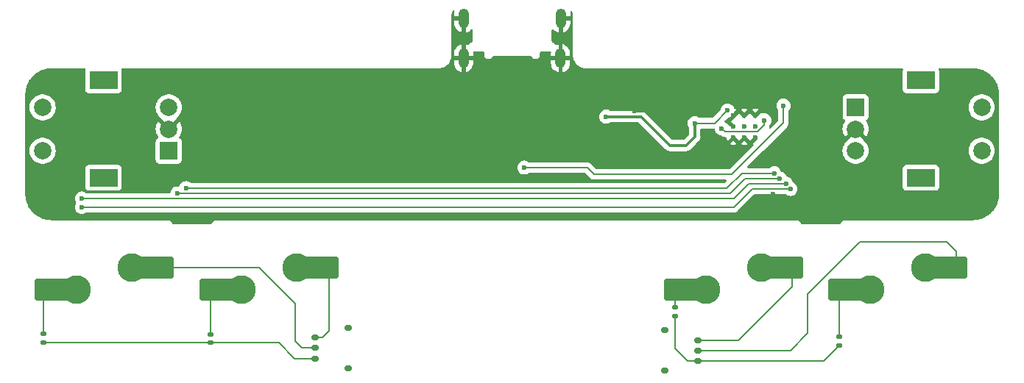
<source format=gbl>
G04 #@! TF.GenerationSoftware,KiCad,Pcbnew,7.0.9*
G04 #@! TF.CreationDate,2023-12-24T20:12:45-08:00*
G04 #@! TF.ProjectId,4k-mania-keypad,346b2d6d-616e-4696-912d-6b6579706164,rev?*
G04 #@! TF.SameCoordinates,Original*
G04 #@! TF.FileFunction,Copper,L2,Bot*
G04 #@! TF.FilePolarity,Positive*
%FSLAX46Y46*%
G04 Gerber Fmt 4.6, Leading zero omitted, Abs format (unit mm)*
G04 Created by KiCad (PCBNEW 7.0.9) date 2023-12-24 20:12:45*
%MOMM*%
%LPD*%
G01*
G04 APERTURE LIST*
G04 Aperture macros list*
%AMRoundRect*
0 Rectangle with rounded corners*
0 $1 Rounding radius*
0 $2 $3 $4 $5 $6 $7 $8 $9 X,Y pos of 4 corners*
0 Add a 4 corners polygon primitive as box body*
4,1,4,$2,$3,$4,$5,$6,$7,$8,$9,$2,$3,0*
0 Add four circle primitives for the rounded corners*
1,1,$1+$1,$2,$3*
1,1,$1+$1,$4,$5*
1,1,$1+$1,$6,$7*
1,1,$1+$1,$8,$9*
0 Add four rect primitives between the rounded corners*
20,1,$1+$1,$2,$3,$4,$5,0*
20,1,$1+$1,$4,$5,$6,$7,0*
20,1,$1+$1,$6,$7,$8,$9,0*
20,1,$1+$1,$8,$9,$2,$3,0*%
G04 Aperture macros list end*
G04 #@! TA.AperFunction,ComponentPad*
%ADD10R,2.000000X2.000000*%
G04 #@! TD*
G04 #@! TA.AperFunction,ComponentPad*
%ADD11C,2.000000*%
G04 #@! TD*
G04 #@! TA.AperFunction,ComponentPad*
%ADD12R,3.200000X2.000000*%
G04 #@! TD*
G04 #@! TA.AperFunction,ComponentPad*
%ADD13C,0.600000*%
G04 #@! TD*
G04 #@! TA.AperFunction,ComponentPad*
%ADD14O,1.200000X2.250000*%
G04 #@! TD*
G04 #@! TA.AperFunction,SMDPad,CuDef*
%ADD15RoundRect,0.147500X0.172500X-0.147500X0.172500X0.147500X-0.172500X0.147500X-0.172500X-0.147500X0*%
G04 #@! TD*
G04 #@! TA.AperFunction,ComponentPad*
%ADD16C,3.300000*%
G04 #@! TD*
G04 #@! TA.AperFunction,SMDPad,CuDef*
%ADD17R,1.650000X2.500000*%
G04 #@! TD*
G04 #@! TA.AperFunction,SMDPad,CuDef*
%ADD18RoundRect,0.250000X1.025000X1.000000X-1.025000X1.000000X-1.025000X-1.000000X1.025000X-1.000000X0*%
G04 #@! TD*
G04 #@! TA.AperFunction,SMDPad,CuDef*
%ADD19RoundRect,0.150000X-0.275000X0.150000X-0.275000X-0.150000X0.275000X-0.150000X0.275000X0.150000X0*%
G04 #@! TD*
G04 #@! TA.AperFunction,SMDPad,CuDef*
%ADD20RoundRect,0.175000X-0.225000X0.175000X-0.225000X-0.175000X0.225000X-0.175000X0.225000X0.175000X0*%
G04 #@! TD*
G04 #@! TA.AperFunction,SMDPad,CuDef*
%ADD21RoundRect,0.150000X0.275000X-0.150000X0.275000X0.150000X-0.275000X0.150000X-0.275000X-0.150000X0*%
G04 #@! TD*
G04 #@! TA.AperFunction,SMDPad,CuDef*
%ADD22RoundRect,0.175000X0.225000X-0.175000X0.225000X0.175000X-0.225000X0.175000X-0.225000X-0.175000X0*%
G04 #@! TD*
G04 #@! TA.AperFunction,ViaPad*
%ADD23C,0.600000*%
G04 #@! TD*
G04 #@! TA.AperFunction,Conductor*
%ADD24C,0.300000*%
G04 #@! TD*
G04 #@! TA.AperFunction,Conductor*
%ADD25C,0.200000*%
G04 #@! TD*
G04 APERTURE END LIST*
D10*
X111500000Y-89500000D03*
D11*
X111500000Y-84500000D03*
X111500000Y-87000000D03*
D12*
X104000000Y-92600000D03*
X104000000Y-81400000D03*
D11*
X97000000Y-84500000D03*
X97000000Y-89500000D03*
D10*
X190500000Y-84500000D03*
D11*
X190500000Y-89500000D03*
X190500000Y-87000000D03*
D12*
X198000000Y-81400000D03*
X198000000Y-92600000D03*
D11*
X205000000Y-89500000D03*
X205000000Y-84500000D03*
D13*
X176450000Y-88000000D03*
X177725000Y-88000000D03*
X179000000Y-88000000D03*
X176450000Y-86725000D03*
X177725000Y-86725000D03*
X179000000Y-86725000D03*
X176450000Y-85450000D03*
X177725000Y-85450000D03*
X179000000Y-85450000D03*
D14*
X156585000Y-74260000D03*
X156565000Y-78860000D03*
X145435000Y-74260000D03*
X145415000Y-78860000D03*
D15*
X97130000Y-111565000D03*
X97130000Y-110595000D03*
D16*
X173270000Y-105460000D03*
D17*
X171445000Y-105460000D03*
D18*
X169720000Y-105460000D03*
X183170000Y-102920000D03*
D17*
X181420000Y-102920000D03*
D16*
X179620000Y-102920000D03*
D19*
X128355000Y-111030000D03*
X128355000Y-112230000D03*
X128355000Y-113430000D03*
D20*
X132130000Y-109880000D03*
X132130000Y-114580000D03*
D15*
X188637740Y-111922662D03*
X188637740Y-110952662D03*
D16*
X192190000Y-105460000D03*
D17*
X190365000Y-105460000D03*
D18*
X188640000Y-105460000D03*
X202090000Y-102920000D03*
D17*
X200340000Y-102920000D03*
D16*
X198540000Y-102920000D03*
X119900000Y-105540000D03*
D17*
X118075000Y-105540000D03*
D18*
X116350000Y-105540000D03*
X129800000Y-103000000D03*
D17*
X128050000Y-103000000D03*
D16*
X126250000Y-103000000D03*
D21*
X172365000Y-113700000D03*
X172365000Y-112500000D03*
X172365000Y-111300000D03*
D22*
X168590000Y-114850000D03*
X168590000Y-110150000D03*
D15*
X169735091Y-108512324D03*
X169735091Y-107542324D03*
X116346938Y-111619648D03*
X116346938Y-110649648D03*
D16*
X100900000Y-105540000D03*
D17*
X99075000Y-105540000D03*
D18*
X97350000Y-105540000D03*
X110800000Y-103000000D03*
D17*
X109050000Y-103000000D03*
D16*
X107250000Y-103000000D03*
D23*
X149891273Y-85030860D03*
X165100000Y-84923250D03*
X182936064Y-88788242D03*
X181000000Y-94500000D03*
X168774399Y-85833732D03*
X148634149Y-83577919D03*
X173000000Y-91000000D03*
X186700498Y-87000000D03*
X161816386Y-85572750D03*
X172000000Y-86324500D03*
X175761124Y-84873836D03*
X180000000Y-86000000D03*
X175106307Y-86934522D03*
X101500000Y-95000000D03*
X182487919Y-93286515D03*
X101500000Y-96000000D03*
X183000000Y-93900500D03*
X182200000Y-84300000D03*
X152400000Y-91440000D03*
X112500000Y-94400500D03*
X181798495Y-92701500D03*
X113500000Y-93801000D03*
X181135844Y-92102000D03*
D24*
X168774399Y-85833732D02*
X167863917Y-84923250D01*
X167863917Y-84923250D02*
X165100000Y-84923250D01*
X165832646Y-85572750D02*
X161816386Y-85572750D01*
D25*
X174310460Y-86324500D02*
X175761124Y-84873836D01*
D24*
X172000000Y-87904636D02*
X171007202Y-88897434D01*
X171007202Y-88897434D02*
X169157330Y-88897434D01*
X172000000Y-86324500D02*
X172000000Y-87904636D01*
X169157330Y-88897434D02*
X165832646Y-85572750D01*
D25*
X172000000Y-86324500D02*
X174310460Y-86324500D01*
X180000000Y-86573529D02*
X179248529Y-87325000D01*
X175496785Y-87325000D02*
X175106307Y-86934522D01*
X180000000Y-86000000D02*
X180000000Y-86573529D01*
X179248529Y-87325000D02*
X175496785Y-87325000D01*
X182473434Y-93301000D02*
X178199000Y-93301000D01*
X182487919Y-93286515D02*
X182473434Y-93301000D01*
X178199000Y-93301000D02*
X176500000Y-95000000D01*
X176500000Y-95000000D02*
X101500000Y-95000000D01*
X183000000Y-93900500D02*
X178599500Y-93900500D01*
X178500000Y-94000000D02*
X176500000Y-96000000D01*
X178599500Y-93900500D02*
X178500000Y-94000000D01*
X176500000Y-96000000D02*
X101500000Y-96000000D01*
X178576089Y-93923911D02*
X178500000Y-94000000D01*
X97130000Y-111565000D02*
X116130000Y-111565000D01*
X116346938Y-111619648D02*
X124169648Y-111619648D01*
X125980000Y-113430000D02*
X128355000Y-113430000D01*
X124169648Y-111619648D02*
X125980000Y-113430000D01*
X97130000Y-110595000D02*
X97130000Y-105760000D01*
X97130000Y-105760000D02*
X97350000Y-105540000D01*
X116346938Y-110649648D02*
X116346938Y-105543062D01*
X116346938Y-105543062D02*
X116350000Y-105540000D01*
X169735091Y-112245091D02*
X169735091Y-108512324D01*
X171190000Y-113700000D02*
X169735091Y-112245091D01*
X188637740Y-111922662D02*
X186860402Y-113700000D01*
X171190000Y-113700000D02*
X172365000Y-113700000D01*
X186860402Y-113700000D02*
X172365000Y-113700000D01*
X169735091Y-107542324D02*
X169735091Y-105475091D01*
X188637740Y-110952662D02*
X188637740Y-105462260D01*
X129965000Y-110245000D02*
X129965000Y-103165000D01*
X129180000Y-111030000D02*
X129965000Y-110245000D01*
X129965000Y-103165000D02*
X129800000Y-103000000D01*
X128355000Y-111030000D02*
X129180000Y-111030000D01*
X121874064Y-103000000D02*
X126003900Y-107129836D01*
X126003900Y-111453900D02*
X126780000Y-112230000D01*
X126003900Y-107129836D02*
X126003900Y-111453900D01*
X110800000Y-103000000D02*
X121874064Y-103000000D01*
X126780000Y-112230000D02*
X128355000Y-112230000D01*
X202090000Y-102920000D02*
X202090000Y-101100000D01*
X184990000Y-106000000D02*
X184990000Y-110500000D01*
X202090000Y-101100000D02*
X200990000Y-100000000D01*
X200990000Y-100000000D02*
X190990000Y-100000000D01*
X184990000Y-110500000D02*
X182990000Y-112500000D01*
X182990000Y-112500000D02*
X172365000Y-112500000D01*
X190990000Y-100000000D02*
X184990000Y-106000000D01*
X182200000Y-86316757D02*
X182200000Y-84300000D01*
X160400820Y-92221684D02*
X176295073Y-92221684D01*
X159619136Y-91440000D02*
X160400820Y-92221684D01*
X182200000Y-84300000D02*
X182174336Y-84274336D01*
X176295073Y-92221684D02*
X182200000Y-86316757D01*
X152400000Y-91440000D02*
X159619136Y-91440000D01*
X177787200Y-92701500D02*
X176088200Y-94400500D01*
X181798495Y-92701500D02*
X177787200Y-92701500D01*
X176088200Y-94400500D02*
X112500000Y-94400500D01*
X177398000Y-92102000D02*
X181135844Y-92102000D01*
X113500000Y-93801000D02*
X175699000Y-93801000D01*
X175699000Y-93801000D02*
X177398000Y-92102000D01*
X183170000Y-105154064D02*
X177024064Y-111300000D01*
X183170000Y-102920000D02*
X183170000Y-105154064D01*
X177024064Y-111300000D02*
X172365000Y-111300000D01*
G04 #@! TA.AperFunction,Conductor*
G36*
X144306634Y-73343571D02*
G01*
X144354245Y-73394708D01*
X144366651Y-73463468D01*
X144365120Y-73473679D01*
X144335000Y-73629961D01*
X144335000Y-74010000D01*
X145135000Y-74010000D01*
X145135000Y-74510000D01*
X144335000Y-74510000D01*
X144335000Y-74837398D01*
X144349965Y-74994122D01*
X144349966Y-74994126D01*
X144409149Y-75195686D01*
X144505413Y-75382414D01*
X144635268Y-75547537D01*
X144635271Y-75547540D01*
X144794030Y-75685105D01*
X144794041Y-75685114D01*
X144975960Y-75790144D01*
X144975967Y-75790147D01*
X145174487Y-75858856D01*
X145185000Y-75860367D01*
X145185000Y-74951110D01*
X145209457Y-74990610D01*
X145298962Y-75058201D01*
X145406840Y-75088895D01*
X145518521Y-75078546D01*
X145618922Y-75028552D01*
X145685000Y-74956069D01*
X145685000Y-75856257D01*
X145796409Y-75829229D01*
X145987507Y-75741959D01*
X146158619Y-75620110D01*
X146158625Y-75620104D01*
X146230756Y-75544456D01*
X146291265Y-75509521D01*
X146361055Y-75512846D01*
X146417969Y-75553374D01*
X146443937Y-75618239D01*
X146444499Y-75630026D01*
X146444499Y-76853237D01*
X146441699Y-76879437D01*
X146432860Y-76920326D01*
X146421623Y-76951433D01*
X146421167Y-76952308D01*
X146410613Y-76969121D01*
X146392819Y-76992986D01*
X146379771Y-77007848D01*
X146379160Y-77008441D01*
X146352561Y-77028107D01*
X146315890Y-77048278D01*
X146291403Y-77058507D01*
X146239439Y-77073926D01*
X146128107Y-77142034D01*
X146037952Y-77236409D01*
X146018915Y-77270989D01*
X145969338Y-77320222D01*
X145901014Y-77334837D01*
X145869733Y-77328364D01*
X145675516Y-77261144D01*
X145665000Y-77259632D01*
X145665000Y-78168889D01*
X145640543Y-78129390D01*
X145551038Y-78061799D01*
X145443160Y-78031105D01*
X145331479Y-78041454D01*
X145231078Y-78091448D01*
X145165000Y-78163930D01*
X145165000Y-77263740D01*
X145164999Y-77263740D01*
X145053594Y-77290768D01*
X145053582Y-77290772D01*
X144862497Y-77378037D01*
X144862496Y-77378038D01*
X144691380Y-77499889D01*
X144691374Y-77499895D01*
X144546407Y-77651932D01*
X144432833Y-77828657D01*
X144354755Y-78023685D01*
X144315000Y-78229962D01*
X144315000Y-78610000D01*
X145115000Y-78610000D01*
X145115000Y-79110000D01*
X144315000Y-79110000D01*
X144315000Y-79437398D01*
X144329965Y-79594122D01*
X144329966Y-79594126D01*
X144389149Y-79795686D01*
X144485413Y-79982414D01*
X144615268Y-80147537D01*
X144615271Y-80147540D01*
X144774030Y-80285105D01*
X144774041Y-80285114D01*
X144955960Y-80390144D01*
X144955967Y-80390147D01*
X145154487Y-80458856D01*
X145165000Y-80460367D01*
X145165000Y-79551110D01*
X145189457Y-79590610D01*
X145278962Y-79658201D01*
X145386840Y-79688895D01*
X145498521Y-79678546D01*
X145598922Y-79628552D01*
X145665000Y-79556069D01*
X145665000Y-80456257D01*
X145776409Y-80429229D01*
X145967507Y-80341959D01*
X146138619Y-80220110D01*
X146138625Y-80220104D01*
X146283592Y-80068067D01*
X146397166Y-79891342D01*
X146475244Y-79696314D01*
X146515000Y-79490037D01*
X146515000Y-79110000D01*
X145715000Y-79110000D01*
X145715000Y-78610000D01*
X146515000Y-78610000D01*
X146515000Y-78282601D01*
X146504371Y-78171287D01*
X146517595Y-78102680D01*
X146565810Y-78052113D01*
X146627810Y-78035500D01*
X147543137Y-78035500D01*
X147543140Y-78035501D01*
X147585245Y-78035501D01*
X147604662Y-78037031D01*
X147607335Y-78037454D01*
X147646268Y-78045198D01*
X147678359Y-78056326D01*
X147684834Y-78059626D01*
X147691116Y-78063307D01*
X147713665Y-78078374D01*
X147732457Y-78093796D01*
X147736202Y-78097541D01*
X147751624Y-78116333D01*
X147766683Y-78138870D01*
X147770373Y-78145166D01*
X147773663Y-78151621D01*
X147784802Y-78183738D01*
X147792543Y-78222651D01*
X147792968Y-78225332D01*
X147794499Y-78244758D01*
X147794499Y-78449528D01*
X147794501Y-78449545D01*
X147794501Y-78500892D01*
X147823737Y-78610000D01*
X147828609Y-78628184D01*
X147828610Y-78628187D01*
X147894498Y-78742310D01*
X147894500Y-78742313D01*
X147894501Y-78742314D01*
X147987686Y-78835499D01*
X148086521Y-78892562D01*
X148101810Y-78901389D01*
X148101814Y-78901391D01*
X148229108Y-78935499D01*
X148229110Y-78935499D01*
X148360890Y-78935499D01*
X148360892Y-78935499D01*
X148488185Y-78901391D01*
X148602313Y-78835499D01*
X148695499Y-78742314D01*
X148721219Y-78697766D01*
X148740915Y-78672094D01*
X148777714Y-78635289D01*
X148833313Y-78603189D01*
X148883587Y-78589722D01*
X148915668Y-78585500D01*
X150994900Y-78585500D01*
X153074323Y-78585500D01*
X153106413Y-78589724D01*
X153156688Y-78603195D01*
X153212275Y-78635289D01*
X153249077Y-78672091D01*
X153268782Y-78697771D01*
X153294495Y-78742306D01*
X153294498Y-78742310D01*
X153387682Y-78835496D01*
X153387684Y-78835497D01*
X153387686Y-78835499D01*
X153480924Y-78889330D01*
X153501810Y-78901389D01*
X153501814Y-78901391D01*
X153629108Y-78935499D01*
X153629110Y-78935499D01*
X153760890Y-78935499D01*
X153760892Y-78935499D01*
X153888185Y-78901391D01*
X154002314Y-78835499D01*
X154095499Y-78742314D01*
X154161391Y-78628186D01*
X154195499Y-78500892D01*
X154195499Y-78435000D01*
X154195499Y-78434500D01*
X154195499Y-78244749D01*
X154197027Y-78225343D01*
X154197121Y-78224750D01*
X154197454Y-78222651D01*
X154205196Y-78183729D01*
X154216308Y-78151670D01*
X154219629Y-78145152D01*
X154223288Y-78138908D01*
X154238386Y-78116312D01*
X154253786Y-78097548D01*
X154257545Y-78093789D01*
X154276312Y-78078387D01*
X154298883Y-78063305D01*
X154305157Y-78059627D01*
X154311625Y-78056331D01*
X154343725Y-78045198D01*
X154382700Y-78037445D01*
X154385377Y-78037021D01*
X154404741Y-78035500D01*
X155352298Y-78035500D01*
X155419337Y-78055185D01*
X155465092Y-78107989D01*
X155475036Y-78177147D01*
X155474057Y-78182966D01*
X155465000Y-78229960D01*
X155465000Y-78610000D01*
X156265000Y-78610000D01*
X156265000Y-79110000D01*
X155465000Y-79110000D01*
X155465000Y-79437398D01*
X155479965Y-79594122D01*
X155479966Y-79594126D01*
X155539149Y-79795686D01*
X155635413Y-79982414D01*
X155765268Y-80147537D01*
X155765271Y-80147540D01*
X155924030Y-80285105D01*
X155924041Y-80285114D01*
X156105960Y-80390144D01*
X156105967Y-80390147D01*
X156304487Y-80458856D01*
X156315000Y-80460367D01*
X156315000Y-79551110D01*
X156339457Y-79590610D01*
X156428962Y-79658201D01*
X156536840Y-79688895D01*
X156648521Y-79678546D01*
X156748922Y-79628552D01*
X156815000Y-79556069D01*
X156815000Y-80456257D01*
X156926409Y-80429229D01*
X157117507Y-80341959D01*
X157288619Y-80220110D01*
X157288625Y-80220104D01*
X157433592Y-80068067D01*
X157547166Y-79891342D01*
X157625244Y-79696314D01*
X157665000Y-79490037D01*
X157665000Y-79110000D01*
X156865000Y-79110000D01*
X156865000Y-78610000D01*
X157665000Y-78610000D01*
X157665000Y-78282601D01*
X157650034Y-78125877D01*
X157650033Y-78125873D01*
X157590850Y-77924313D01*
X157494586Y-77737585D01*
X157364731Y-77572462D01*
X157364728Y-77572459D01*
X157205969Y-77434894D01*
X157205958Y-77434885D01*
X157024039Y-77329855D01*
X157024032Y-77329852D01*
X156825516Y-77261144D01*
X156815000Y-77259632D01*
X156815000Y-78168889D01*
X156790543Y-78129390D01*
X156701038Y-78061799D01*
X156593160Y-78031105D01*
X156481479Y-78041454D01*
X156381078Y-78091448D01*
X156315000Y-78163930D01*
X156315000Y-77263740D01*
X156314999Y-77263740D01*
X156203599Y-77290766D01*
X156203585Y-77290771D01*
X156131147Y-77323852D01*
X156061988Y-77333795D01*
X155998433Y-77304769D01*
X155971011Y-77270860D01*
X155964829Y-77259632D01*
X155952043Y-77236407D01*
X155861891Y-77142035D01*
X155861889Y-77142034D01*
X155861890Y-77142034D01*
X155750559Y-77073929D01*
X155698618Y-77058515D01*
X155674094Y-77048265D01*
X155637401Y-77028064D01*
X155610831Y-77008408D01*
X155610317Y-77007909D01*
X155597270Y-76993045D01*
X155579319Y-76968962D01*
X155568747Y-76952108D01*
X155568383Y-76951409D01*
X155557197Y-76920442D01*
X155548314Y-76879468D01*
X155545499Y-76853196D01*
X155545499Y-75600919D01*
X155565184Y-75533880D01*
X155617988Y-75488125D01*
X155687146Y-75478181D01*
X155750702Y-75507206D01*
X155766970Y-75524268D01*
X155785270Y-75547539D01*
X155785271Y-75547540D01*
X155944030Y-75685105D01*
X155944041Y-75685114D01*
X156125960Y-75790144D01*
X156125967Y-75790147D01*
X156324487Y-75858856D01*
X156335000Y-75860367D01*
X156335000Y-74951110D01*
X156359457Y-74990610D01*
X156448962Y-75058201D01*
X156556840Y-75088895D01*
X156668521Y-75078546D01*
X156768922Y-75028552D01*
X156835000Y-74956069D01*
X156835000Y-75856257D01*
X156946409Y-75829229D01*
X157137507Y-75741959D01*
X157308619Y-75620110D01*
X157308625Y-75620104D01*
X157453592Y-75468067D01*
X157567166Y-75291342D01*
X157645244Y-75096314D01*
X157685000Y-74890037D01*
X157685000Y-74510000D01*
X156885000Y-74510000D01*
X156885000Y-74010000D01*
X157685000Y-74010000D01*
X157685000Y-73682592D01*
X157673725Y-73564525D01*
X157686947Y-73495918D01*
X157735162Y-73445350D01*
X157803062Y-73428877D01*
X157869089Y-73451729D01*
X157912280Y-73506650D01*
X157913344Y-73509402D01*
X157930942Y-73556581D01*
X157933140Y-73563781D01*
X157961098Y-73680231D01*
X157981723Y-73775044D01*
X157982950Y-73783367D01*
X157994517Y-73930331D01*
X157999342Y-73997789D01*
X157999500Y-74002213D01*
X157999500Y-78607317D01*
X158030044Y-78819764D01*
X158030047Y-78819774D01*
X158090517Y-79025715D01*
X158179672Y-79220938D01*
X158179679Y-79220951D01*
X158295720Y-79401514D01*
X158436275Y-79563724D01*
X158511091Y-79628552D01*
X158598487Y-79704281D01*
X158687460Y-79761460D01*
X158779048Y-79820320D01*
X158779061Y-79820327D01*
X158974284Y-79909482D01*
X158974288Y-79909483D01*
X158974290Y-79909484D01*
X159180231Y-79969954D01*
X159180232Y-79969954D01*
X159180235Y-79969955D01*
X159243584Y-79979062D01*
X159392682Y-80000500D01*
X159499901Y-80000500D01*
X195836231Y-80000500D01*
X195903270Y-80020185D01*
X195949025Y-80072989D01*
X195958969Y-80142147D01*
X195952413Y-80167833D01*
X195905908Y-80292517D01*
X195900593Y-80341959D01*
X195899501Y-80352123D01*
X195899500Y-80352135D01*
X195899500Y-82447870D01*
X195899501Y-82447876D01*
X195905908Y-82507483D01*
X195956202Y-82642328D01*
X195956206Y-82642335D01*
X196042452Y-82757544D01*
X196042455Y-82757547D01*
X196157664Y-82843793D01*
X196157671Y-82843797D01*
X196292517Y-82894091D01*
X196292516Y-82894091D01*
X196299444Y-82894835D01*
X196352127Y-82900500D01*
X199647872Y-82900499D01*
X199707483Y-82894091D01*
X199842331Y-82843796D01*
X199957546Y-82757546D01*
X200043796Y-82642331D01*
X200094091Y-82507483D01*
X200100500Y-82447873D01*
X200100499Y-80352128D01*
X200094091Y-80292517D01*
X200089196Y-80279394D01*
X200047587Y-80167833D01*
X200042603Y-80098141D01*
X200076088Y-80036818D01*
X200137411Y-80003334D01*
X200163769Y-80000500D01*
X203998378Y-80000500D01*
X204001619Y-80000584D01*
X204133628Y-80007503D01*
X204317027Y-80017803D01*
X204323212Y-80018465D01*
X204475647Y-80042608D01*
X204638194Y-80070226D01*
X204643811Y-80071453D01*
X204796693Y-80112418D01*
X204889122Y-80139046D01*
X204951724Y-80157082D01*
X204956759Y-80158769D01*
X205106183Y-80216127D01*
X205254007Y-80277358D01*
X205258412Y-80279388D01*
X205324180Y-80312899D01*
X205401921Y-80352511D01*
X205477428Y-80394241D01*
X205541480Y-80429641D01*
X205545215Y-80431882D01*
X205619487Y-80480115D01*
X205680872Y-80519980D01*
X205768357Y-80582053D01*
X205810764Y-80612142D01*
X205813886Y-80614510D01*
X205938748Y-80715621D01*
X205941034Y-80717567D01*
X206058721Y-80822738D01*
X206061248Y-80825128D01*
X206174870Y-80938750D01*
X206177260Y-80941277D01*
X206282431Y-81058964D01*
X206284385Y-81061260D01*
X206385480Y-81186102D01*
X206387862Y-81189243D01*
X206480019Y-81319127D01*
X206533758Y-81401875D01*
X206568106Y-81454767D01*
X206570364Y-81458531D01*
X206647488Y-81598078D01*
X206720604Y-81741575D01*
X206722643Y-81745997D01*
X206783877Y-81893829D01*
X206841221Y-82043217D01*
X206842916Y-82048273D01*
X206887579Y-82203297D01*
X206928541Y-82356171D01*
X206929778Y-82361835D01*
X206957394Y-82524369D01*
X206981530Y-82676758D01*
X206982196Y-82682985D01*
X206992509Y-82866617D01*
X206999415Y-82998377D01*
X206999500Y-83001623D01*
X206999500Y-94498376D01*
X206999415Y-94501622D01*
X206992509Y-94633382D01*
X206982196Y-94817013D01*
X206981530Y-94823240D01*
X206957394Y-94975630D01*
X206929778Y-95138163D01*
X206928541Y-95143827D01*
X206887579Y-95296702D01*
X206842916Y-95451725D01*
X206841221Y-95456781D01*
X206783877Y-95606170D01*
X206722643Y-95754001D01*
X206720604Y-95758423D01*
X206647488Y-95901921D01*
X206570364Y-96041467D01*
X206568097Y-96045246D01*
X206480019Y-96180872D01*
X206387862Y-96310755D01*
X206385480Y-96313896D01*
X206284385Y-96438738D01*
X206282431Y-96441034D01*
X206177260Y-96558721D01*
X206174870Y-96561248D01*
X206061248Y-96674870D01*
X206058721Y-96677260D01*
X205941034Y-96782431D01*
X205938738Y-96784385D01*
X205813896Y-96885480D01*
X205810755Y-96887862D01*
X205680872Y-96980019D01*
X205545246Y-97068097D01*
X205541467Y-97070364D01*
X205401921Y-97147488D01*
X205258423Y-97220604D01*
X205254001Y-97222643D01*
X205106170Y-97283877D01*
X204956781Y-97341221D01*
X204951725Y-97342916D01*
X204796702Y-97387579D01*
X204643827Y-97428541D01*
X204638163Y-97429778D01*
X204475630Y-97457394D01*
X204323240Y-97481530D01*
X204317013Y-97482196D01*
X204133382Y-97492509D01*
X204001622Y-97499415D01*
X203998376Y-97499500D01*
X189184108Y-97499500D01*
X189056812Y-97533608D01*
X188942686Y-97599500D01*
X188942683Y-97599502D01*
X188849502Y-97692683D01*
X188849500Y-97692686D01*
X188783608Y-97806812D01*
X188756471Y-97908093D01*
X188720106Y-97967754D01*
X188657259Y-97998283D01*
X188636696Y-98000000D01*
X184363304Y-98000000D01*
X184296265Y-97980315D01*
X184250510Y-97927511D01*
X184243529Y-97908093D01*
X184216391Y-97806812D01*
X184207563Y-97791521D01*
X184150500Y-97692686D01*
X184057314Y-97599500D01*
X184000250Y-97566554D01*
X183943187Y-97533608D01*
X183879539Y-97516554D01*
X183815892Y-97499500D01*
X183750099Y-97499500D01*
X116930500Y-97499500D01*
X116930000Y-97499500D01*
X116864108Y-97499500D01*
X116736812Y-97533608D01*
X116622686Y-97599500D01*
X116622683Y-97599502D01*
X116529502Y-97692683D01*
X116529500Y-97692686D01*
X116463608Y-97806812D01*
X116436471Y-97908093D01*
X116400106Y-97967754D01*
X116337259Y-97998283D01*
X116316696Y-98000000D01*
X112043304Y-98000000D01*
X111976265Y-97980315D01*
X111930510Y-97927511D01*
X111923529Y-97908093D01*
X111896391Y-97806812D01*
X111887563Y-97791521D01*
X111830500Y-97692686D01*
X111737314Y-97599500D01*
X111680250Y-97566554D01*
X111623187Y-97533608D01*
X111559539Y-97516554D01*
X111495892Y-97499500D01*
X111495891Y-97499500D01*
X98001624Y-97499500D01*
X97998378Y-97499415D01*
X97866617Y-97492509D01*
X97682985Y-97482196D01*
X97676758Y-97481530D01*
X97524369Y-97457394D01*
X97361835Y-97429778D01*
X97356171Y-97428541D01*
X97203297Y-97387579D01*
X97048273Y-97342916D01*
X97043217Y-97341221D01*
X96893829Y-97283877D01*
X96745997Y-97222643D01*
X96741575Y-97220604D01*
X96598078Y-97147488D01*
X96458531Y-97070364D01*
X96454767Y-97068106D01*
X96401875Y-97033758D01*
X96319127Y-96980019D01*
X96189243Y-96887862D01*
X96186102Y-96885480D01*
X96061260Y-96784385D01*
X96058964Y-96782431D01*
X95941277Y-96677260D01*
X95938750Y-96674870D01*
X95825128Y-96561248D01*
X95822738Y-96558721D01*
X95717567Y-96441034D01*
X95715613Y-96438738D01*
X95707146Y-96428282D01*
X95614510Y-96313886D01*
X95612136Y-96310755D01*
X95519980Y-96180872D01*
X95487406Y-96130715D01*
X95431882Y-96045215D01*
X95429641Y-96041480D01*
X95406718Y-96000003D01*
X100694435Y-96000003D01*
X100714630Y-96179249D01*
X100714631Y-96179254D01*
X100774211Y-96349523D01*
X100823699Y-96428282D01*
X100870184Y-96502262D01*
X100997738Y-96629816D01*
X101150478Y-96725789D01*
X101159835Y-96729063D01*
X101320745Y-96785368D01*
X101320750Y-96785369D01*
X101499996Y-96805565D01*
X101500000Y-96805565D01*
X101500004Y-96805565D01*
X101679249Y-96785369D01*
X101679252Y-96785368D01*
X101679255Y-96785368D01*
X101849522Y-96725789D01*
X102002262Y-96629816D01*
X102002267Y-96629810D01*
X102005097Y-96627555D01*
X102007275Y-96626665D01*
X102008158Y-96626111D01*
X102008255Y-96626265D01*
X102069783Y-96601145D01*
X102082412Y-96600500D01*
X176456572Y-96600500D01*
X176464670Y-96601030D01*
X176500000Y-96605682D01*
X176500001Y-96605682D01*
X176552254Y-96598802D01*
X176656762Y-96585044D01*
X176802841Y-96524536D01*
X176831869Y-96502262D01*
X176928282Y-96428282D01*
X176949984Y-96399998D01*
X176955310Y-96393923D01*
X178811916Y-94537319D01*
X178873239Y-94503834D01*
X178899597Y-94501000D01*
X182417588Y-94501000D01*
X182484627Y-94520685D01*
X182494903Y-94528055D01*
X182497736Y-94530314D01*
X182497738Y-94530316D01*
X182650478Y-94626289D01*
X182820745Y-94685868D01*
X182820750Y-94685869D01*
X182999996Y-94706065D01*
X183000000Y-94706065D01*
X183000004Y-94706065D01*
X183179249Y-94685869D01*
X183179252Y-94685868D01*
X183179255Y-94685868D01*
X183349522Y-94626289D01*
X183502262Y-94530316D01*
X183629816Y-94402762D01*
X183725789Y-94250022D01*
X183785368Y-94079755D01*
X183785369Y-94079749D01*
X183805565Y-93900503D01*
X183805565Y-93900496D01*
X183785369Y-93721250D01*
X183785368Y-93721245D01*
X183769085Y-93674711D01*
X183759693Y-93647870D01*
X195899500Y-93647870D01*
X195899501Y-93647876D01*
X195905908Y-93707483D01*
X195956202Y-93842328D01*
X195956206Y-93842335D01*
X196042452Y-93957544D01*
X196042455Y-93957547D01*
X196157664Y-94043793D01*
X196157671Y-94043797D01*
X196292517Y-94094091D01*
X196292516Y-94094091D01*
X196299444Y-94094835D01*
X196352127Y-94100500D01*
X199647872Y-94100499D01*
X199707483Y-94094091D01*
X199842331Y-94043796D01*
X199957546Y-93957546D01*
X200043796Y-93842331D01*
X200094091Y-93707483D01*
X200100500Y-93647873D01*
X200100499Y-91552128D01*
X200094091Y-91492517D01*
X200090099Y-91481815D01*
X200043797Y-91357671D01*
X200043793Y-91357664D01*
X199957547Y-91242455D01*
X199957544Y-91242452D01*
X199842335Y-91156206D01*
X199842328Y-91156202D01*
X199707482Y-91105908D01*
X199707483Y-91105908D01*
X199647883Y-91099501D01*
X199647881Y-91099500D01*
X199647873Y-91099500D01*
X199647864Y-91099500D01*
X196352129Y-91099500D01*
X196352123Y-91099501D01*
X196292516Y-91105908D01*
X196157671Y-91156202D01*
X196157664Y-91156206D01*
X196042455Y-91242452D01*
X196042452Y-91242455D01*
X195956206Y-91357664D01*
X195956202Y-91357671D01*
X195905908Y-91492517D01*
X195899501Y-91552116D01*
X195899501Y-91552123D01*
X195899500Y-91552135D01*
X195899500Y-93647870D01*
X183759693Y-93647870D01*
X183725789Y-93550978D01*
X183629816Y-93398238D01*
X183502262Y-93270684D01*
X183386055Y-93197666D01*
X183349524Y-93174712D01*
X183349523Y-93174711D01*
X183349522Y-93174711D01*
X183345911Y-93173447D01*
X183343895Y-93172002D01*
X183343254Y-93171693D01*
X183343308Y-93171580D01*
X183289135Y-93132728D01*
X183269824Y-93097364D01*
X183213708Y-92936993D01*
X183117735Y-92784253D01*
X182990181Y-92656699D01*
X182929335Y-92618467D01*
X182837440Y-92560725D01*
X182726752Y-92521994D01*
X182667174Y-92501147D01*
X182650178Y-92499231D01*
X182585765Y-92472163D01*
X182547024Y-92416966D01*
X182524284Y-92351978D01*
X182444730Y-92225369D01*
X182428311Y-92199238D01*
X182300757Y-92071684D01*
X182291888Y-92066111D01*
X182148016Y-91975710D01*
X182052425Y-91942262D01*
X181977750Y-91916132D01*
X181977747Y-91916131D01*
X181971178Y-91913833D01*
X181971856Y-91911894D01*
X181919612Y-91882661D01*
X181891155Y-91836847D01*
X181861633Y-91752478D01*
X181765660Y-91599738D01*
X181638106Y-91472184D01*
X181485367Y-91376211D01*
X181315098Y-91316631D01*
X181315093Y-91316630D01*
X181135848Y-91296435D01*
X181135840Y-91296435D01*
X180956594Y-91316630D01*
X180956589Y-91316631D01*
X180786320Y-91376211D01*
X180633580Y-91472185D01*
X180630747Y-91474445D01*
X180628568Y-91475334D01*
X180627686Y-91475889D01*
X180627588Y-91475734D01*
X180566061Y-91500855D01*
X180553432Y-91501500D01*
X178163854Y-91501500D01*
X178096815Y-91481815D01*
X178051060Y-91429011D01*
X178041116Y-91359853D01*
X178070141Y-91296297D01*
X178076173Y-91289819D01*
X178818128Y-90547864D01*
X179865986Y-89500005D01*
X188994357Y-89500005D01*
X189014890Y-89747812D01*
X189014892Y-89747824D01*
X189075936Y-89988881D01*
X189175826Y-90216606D01*
X189311833Y-90424782D01*
X189311836Y-90424785D01*
X189480256Y-90607738D01*
X189676491Y-90760474D01*
X189676493Y-90760475D01*
X189851076Y-90854955D01*
X189895190Y-90878828D01*
X190130386Y-90959571D01*
X190375665Y-91000500D01*
X190624335Y-91000500D01*
X190869614Y-90959571D01*
X191104810Y-90878828D01*
X191323509Y-90760474D01*
X191519744Y-90607738D01*
X191688164Y-90424785D01*
X191824173Y-90216607D01*
X191924063Y-89988881D01*
X191985108Y-89747821D01*
X192001545Y-89549460D01*
X192005643Y-89500005D01*
X203494357Y-89500005D01*
X203514890Y-89747812D01*
X203514892Y-89747824D01*
X203575936Y-89988881D01*
X203675826Y-90216606D01*
X203811833Y-90424782D01*
X203811836Y-90424785D01*
X203980256Y-90607738D01*
X204176491Y-90760474D01*
X204176493Y-90760475D01*
X204351076Y-90854955D01*
X204395190Y-90878828D01*
X204630386Y-90959571D01*
X204875665Y-91000500D01*
X205124335Y-91000500D01*
X205369614Y-90959571D01*
X205604810Y-90878828D01*
X205823509Y-90760474D01*
X206019744Y-90607738D01*
X206188164Y-90424785D01*
X206324173Y-90216607D01*
X206424063Y-89988881D01*
X206485108Y-89747821D01*
X206501545Y-89549460D01*
X206505643Y-89500005D01*
X206505643Y-89499994D01*
X206485109Y-89252187D01*
X206485107Y-89252175D01*
X206424063Y-89011118D01*
X206324173Y-88783393D01*
X206188166Y-88575217D01*
X206166557Y-88551744D01*
X206019744Y-88392262D01*
X205823509Y-88239526D01*
X205823507Y-88239525D01*
X205823506Y-88239524D01*
X205604811Y-88121172D01*
X205604802Y-88121169D01*
X205369616Y-88040429D01*
X205124335Y-87999500D01*
X204875665Y-87999500D01*
X204630383Y-88040429D01*
X204395197Y-88121169D01*
X204395188Y-88121172D01*
X204176493Y-88239524D01*
X203980257Y-88392261D01*
X203811833Y-88575217D01*
X203675826Y-88783393D01*
X203575936Y-89011118D01*
X203514892Y-89252175D01*
X203514890Y-89252187D01*
X203494357Y-89499994D01*
X203494357Y-89500005D01*
X192005643Y-89500005D01*
X192005643Y-89499994D01*
X191985109Y-89252187D01*
X191985107Y-89252175D01*
X191924063Y-89011118D01*
X191824173Y-88783393D01*
X191688166Y-88575217D01*
X191667860Y-88553159D01*
X191519744Y-88392262D01*
X191418623Y-88313556D01*
X191377810Y-88256846D01*
X191373697Y-88227249D01*
X190632533Y-87486086D01*
X190642315Y-87484680D01*
X190773100Y-87424952D01*
X190881761Y-87330798D01*
X190959493Y-87209844D01*
X190983076Y-87129524D01*
X191723434Y-87869882D01*
X191823731Y-87716369D01*
X191923587Y-87488717D01*
X191984612Y-87247738D01*
X191984614Y-87247729D01*
X192005141Y-87000005D01*
X192005141Y-86999994D01*
X191984614Y-86752270D01*
X191984612Y-86752261D01*
X191923587Y-86511282D01*
X191823732Y-86283632D01*
X191711515Y-86111870D01*
X191691328Y-86044981D01*
X191710508Y-85977795D01*
X191741013Y-85944782D01*
X191742329Y-85943796D01*
X191742331Y-85943796D01*
X191857546Y-85857546D01*
X191943796Y-85742331D01*
X191994091Y-85607483D01*
X192000500Y-85547873D01*
X192000500Y-84500005D01*
X203494357Y-84500005D01*
X203514890Y-84747812D01*
X203514892Y-84747824D01*
X203575936Y-84988881D01*
X203675826Y-85216606D01*
X203811833Y-85424782D01*
X203811836Y-85424785D01*
X203980256Y-85607738D01*
X204176491Y-85760474D01*
X204395190Y-85878828D01*
X204630386Y-85959571D01*
X204875665Y-86000500D01*
X205124335Y-86000500D01*
X205369614Y-85959571D01*
X205604810Y-85878828D01*
X205823509Y-85760474D01*
X206019744Y-85607738D01*
X206188164Y-85424785D01*
X206324173Y-85216607D01*
X206424063Y-84988881D01*
X206485108Y-84747821D01*
X206491961Y-84665121D01*
X206505643Y-84500005D01*
X206505643Y-84499994D01*
X206485109Y-84252187D01*
X206485107Y-84252175D01*
X206424063Y-84011118D01*
X206324173Y-83783393D01*
X206188166Y-83575217D01*
X206132393Y-83514632D01*
X206019744Y-83392262D01*
X205823509Y-83239526D01*
X205823507Y-83239525D01*
X205823506Y-83239524D01*
X205604811Y-83121172D01*
X205604802Y-83121169D01*
X205369616Y-83040429D01*
X205124335Y-82999500D01*
X204875665Y-82999500D01*
X204630383Y-83040429D01*
X204395197Y-83121169D01*
X204395188Y-83121172D01*
X204176493Y-83239524D01*
X203980257Y-83392261D01*
X203811833Y-83575217D01*
X203675826Y-83783393D01*
X203575936Y-84011118D01*
X203514892Y-84252175D01*
X203514890Y-84252187D01*
X203494357Y-84499994D01*
X203494357Y-84500005D01*
X192000500Y-84500005D01*
X192000499Y-83452128D01*
X191994091Y-83392517D01*
X191943796Y-83257669D01*
X191943795Y-83257668D01*
X191943793Y-83257664D01*
X191857547Y-83142455D01*
X191857544Y-83142452D01*
X191742335Y-83056206D01*
X191742328Y-83056202D01*
X191607482Y-83005908D01*
X191607483Y-83005908D01*
X191547883Y-82999501D01*
X191547881Y-82999500D01*
X191547873Y-82999500D01*
X191547864Y-82999500D01*
X189452129Y-82999500D01*
X189452123Y-82999501D01*
X189392516Y-83005908D01*
X189257671Y-83056202D01*
X189257664Y-83056206D01*
X189142455Y-83142452D01*
X189142452Y-83142455D01*
X189056206Y-83257664D01*
X189056202Y-83257671D01*
X189005908Y-83392517D01*
X188999501Y-83452116D01*
X188999501Y-83452123D01*
X188999500Y-83452135D01*
X188999500Y-85547870D01*
X188999501Y-85547876D01*
X189005908Y-85607483D01*
X189056202Y-85742328D01*
X189056206Y-85742335D01*
X189142452Y-85857544D01*
X189142455Y-85857547D01*
X189258986Y-85944783D01*
X189300857Y-86000717D01*
X189305841Y-86070408D01*
X189288484Y-86111870D01*
X189176267Y-86283631D01*
X189076412Y-86511282D01*
X189015387Y-86752261D01*
X189015385Y-86752270D01*
X188994859Y-86999994D01*
X188994859Y-87000005D01*
X189015385Y-87247729D01*
X189015387Y-87247738D01*
X189076412Y-87488717D01*
X189176266Y-87716364D01*
X189276564Y-87869882D01*
X190016922Y-87129523D01*
X190040507Y-87209844D01*
X190118239Y-87330798D01*
X190226900Y-87424952D01*
X190357685Y-87484680D01*
X190367466Y-87486086D01*
X189624100Y-88229450D01*
X189613482Y-88276148D01*
X189581376Y-88313556D01*
X189480255Y-88392262D01*
X189311833Y-88575217D01*
X189175826Y-88783393D01*
X189075936Y-89011118D01*
X189014892Y-89252175D01*
X189014890Y-89252187D01*
X188994357Y-89499994D01*
X188994357Y-89500005D01*
X179865986Y-89500005D01*
X182593923Y-86772067D01*
X182599998Y-86766741D01*
X182628282Y-86745039D01*
X182724536Y-86619598D01*
X182785044Y-86473519D01*
X182790476Y-86432260D01*
X182801368Y-86349523D01*
X182805682Y-86316758D01*
X182805682Y-86316756D01*
X182801031Y-86281430D01*
X182800500Y-86273328D01*
X182800500Y-84882412D01*
X182820185Y-84815373D01*
X182827555Y-84805097D01*
X182829810Y-84802267D01*
X182829816Y-84802262D01*
X182925789Y-84649522D01*
X182985368Y-84479255D01*
X183005565Y-84300000D01*
X183000176Y-84252175D01*
X182985369Y-84120750D01*
X182985368Y-84120745D01*
X182974073Y-84088466D01*
X182925789Y-83950478D01*
X182829816Y-83797738D01*
X182702262Y-83670184D01*
X182549523Y-83574211D01*
X182379254Y-83514631D01*
X182379249Y-83514630D01*
X182200004Y-83494435D01*
X182199996Y-83494435D01*
X182020750Y-83514630D01*
X182020745Y-83514631D01*
X181850476Y-83574211D01*
X181697737Y-83670184D01*
X181570184Y-83797737D01*
X181474211Y-83950476D01*
X181414631Y-84120745D01*
X181414630Y-84120750D01*
X181394435Y-84299996D01*
X181394435Y-84300003D01*
X181414630Y-84479249D01*
X181414631Y-84479254D01*
X181474211Y-84649523D01*
X181526876Y-84733338D01*
X181560834Y-84787382D01*
X181570185Y-84802263D01*
X181572445Y-84805097D01*
X181573334Y-84807275D01*
X181573889Y-84808158D01*
X181573734Y-84808255D01*
X181598855Y-84869783D01*
X181599500Y-84882412D01*
X181599500Y-86016659D01*
X181579815Y-86083698D01*
X181563181Y-86104340D01*
X180776812Y-86890708D01*
X180715489Y-86924193D01*
X180645797Y-86919209D01*
X180589864Y-86877337D01*
X180565447Y-86811873D01*
X180574569Y-86755577D01*
X180585044Y-86730291D01*
X180605682Y-86573529D01*
X180606743Y-86565471D01*
X180608673Y-86565725D01*
X180625367Y-86508875D01*
X180627735Y-86505573D01*
X180629814Y-86502263D01*
X180629816Y-86502262D01*
X180725789Y-86349522D01*
X180785368Y-86179255D01*
X180787315Y-86161979D01*
X180805565Y-86000003D01*
X180805565Y-85999996D01*
X180785369Y-85820750D01*
X180785368Y-85820745D01*
X180744627Y-85704315D01*
X180725789Y-85650478D01*
X180698773Y-85607483D01*
X180661312Y-85547864D01*
X180629816Y-85497738D01*
X180502262Y-85370184D01*
X180466342Y-85347614D01*
X180349523Y-85274211D01*
X180179254Y-85214631D01*
X180179249Y-85214630D01*
X180000004Y-85194435D01*
X179999996Y-85194435D01*
X179865574Y-85209580D01*
X179796752Y-85197525D01*
X179745373Y-85150176D01*
X179734649Y-85127312D01*
X179725337Y-85100699D01*
X179725334Y-85100694D01*
X179716661Y-85086890D01*
X179087680Y-85715871D01*
X179026357Y-85749356D01*
X178956665Y-85744372D01*
X178912318Y-85715871D01*
X178624722Y-85428275D01*
X178821077Y-85428275D01*
X178831475Y-85513913D01*
X178880481Y-85584909D01*
X178956866Y-85625000D01*
X179021247Y-85625000D01*
X179083760Y-85609592D01*
X179148332Y-85552386D01*
X179178923Y-85471725D01*
X179168525Y-85386087D01*
X179119519Y-85315091D01*
X179043134Y-85275000D01*
X178978753Y-85275000D01*
X178916240Y-85290408D01*
X178851668Y-85347614D01*
X178821077Y-85428275D01*
X178624722Y-85428275D01*
X178362500Y-85166053D01*
X177812681Y-85715872D01*
X177751358Y-85749357D01*
X177681666Y-85744373D01*
X177637319Y-85715872D01*
X177349722Y-85428275D01*
X177546077Y-85428275D01*
X177556475Y-85513913D01*
X177605481Y-85584909D01*
X177681866Y-85625000D01*
X177746247Y-85625000D01*
X177808760Y-85609592D01*
X177873332Y-85552386D01*
X177903923Y-85471725D01*
X177893525Y-85386087D01*
X177844519Y-85315091D01*
X177768134Y-85275000D01*
X177703753Y-85275000D01*
X177641240Y-85290408D01*
X177576668Y-85347614D01*
X177546077Y-85428275D01*
X177349722Y-85428275D01*
X177087500Y-85166053D01*
X176166053Y-86087500D01*
X176591372Y-86512819D01*
X176624857Y-86574142D01*
X176619873Y-86643834D01*
X176612975Y-86653047D01*
X176569519Y-86590091D01*
X176493134Y-86550000D01*
X176428753Y-86550000D01*
X176366240Y-86565408D01*
X176301668Y-86622614D01*
X176271077Y-86703275D01*
X176273654Y-86724500D01*
X176147309Y-86724500D01*
X176080270Y-86704815D01*
X176059628Y-86688181D01*
X175733338Y-86361890D01*
X175731939Y-86362048D01*
X175663117Y-86349995D01*
X175630372Y-86326509D01*
X175608569Y-86304706D01*
X175476718Y-86221858D01*
X175430427Y-86169523D01*
X175419779Y-86100469D01*
X175448154Y-86036621D01*
X175454985Y-86029208D01*
X175635167Y-85849026D01*
X175696486Y-85815544D01*
X175732752Y-85813693D01*
X175849812Y-85696632D01*
X175911135Y-85663147D01*
X175923601Y-85661094D01*
X175940379Y-85659204D01*
X176110646Y-85599625D01*
X176263386Y-85503652D01*
X176278405Y-85488632D01*
X176281475Y-85513913D01*
X176330481Y-85584909D01*
X176406866Y-85625000D01*
X176471247Y-85625000D01*
X176533760Y-85609592D01*
X176598332Y-85552386D01*
X176628923Y-85471725D01*
X176618525Y-85386087D01*
X176569519Y-85315091D01*
X176493134Y-85275000D01*
X176454464Y-85275000D01*
X176486913Y-85223358D01*
X176546492Y-85053091D01*
X176548380Y-85036325D01*
X176575444Y-84971912D01*
X176583920Y-84962524D01*
X176813107Y-84733338D01*
X177361890Y-84733338D01*
X177725000Y-85096447D01*
X177725001Y-85096447D01*
X178088108Y-84733338D01*
X178636890Y-84733338D01*
X179000000Y-85096447D01*
X179000001Y-85096447D01*
X179363108Y-84733338D01*
X179363108Y-84733337D01*
X179349308Y-84724667D01*
X179349298Y-84724662D01*
X179179141Y-84665122D01*
X179179138Y-84665121D01*
X179000003Y-84644938D01*
X178999997Y-84644938D01*
X178820861Y-84665121D01*
X178820858Y-84665122D01*
X178650696Y-84724664D01*
X178636891Y-84733338D01*
X178636890Y-84733338D01*
X178088108Y-84733338D01*
X178088108Y-84733337D01*
X178074308Y-84724667D01*
X178074298Y-84724662D01*
X177904141Y-84665122D01*
X177904138Y-84665121D01*
X177725003Y-84644938D01*
X177724997Y-84644938D01*
X177545861Y-84665121D01*
X177545858Y-84665122D01*
X177375696Y-84724664D01*
X177361891Y-84733338D01*
X177361890Y-84733338D01*
X176813107Y-84733338D01*
X176813108Y-84733337D01*
X176799308Y-84724667D01*
X176799298Y-84724662D01*
X176629142Y-84665123D01*
X176609788Y-84662942D01*
X176545375Y-84635873D01*
X176506635Y-84580676D01*
X176486913Y-84524314D01*
X176486913Y-84524313D01*
X176390939Y-84371573D01*
X176263386Y-84244020D01*
X176110647Y-84148047D01*
X175940378Y-84088467D01*
X175940373Y-84088466D01*
X175761128Y-84068271D01*
X175761120Y-84068271D01*
X175581874Y-84088466D01*
X175581869Y-84088467D01*
X175411600Y-84148047D01*
X175258861Y-84244020D01*
X175131308Y-84371573D01*
X175035334Y-84524314D01*
X174975754Y-84694586D01*
X174965961Y-84781504D01*
X174938894Y-84845918D01*
X174930422Y-84855301D01*
X174098044Y-85687681D01*
X174036721Y-85721166D01*
X174010363Y-85724000D01*
X172582412Y-85724000D01*
X172515373Y-85704315D01*
X172505097Y-85696945D01*
X172502263Y-85694685D01*
X172502262Y-85694684D01*
X172431909Y-85650478D01*
X172349523Y-85598711D01*
X172179254Y-85539131D01*
X172179249Y-85539130D01*
X172000004Y-85518935D01*
X171999996Y-85518935D01*
X171820750Y-85539130D01*
X171820745Y-85539131D01*
X171650476Y-85598711D01*
X171497737Y-85694684D01*
X171370184Y-85822237D01*
X171274211Y-85974976D01*
X171214631Y-86145245D01*
X171214630Y-86145250D01*
X171194435Y-86324496D01*
X171194435Y-86324503D01*
X171214630Y-86503749D01*
X171214631Y-86503754D01*
X171274211Y-86674024D01*
X171330493Y-86763594D01*
X171349500Y-86829567D01*
X171349500Y-87583828D01*
X171329815Y-87650867D01*
X171313181Y-87671509D01*
X170774075Y-88210615D01*
X170712752Y-88244100D01*
X170686394Y-88246934D01*
X169478138Y-88246934D01*
X169411099Y-88227249D01*
X169390457Y-88210615D01*
X166353080Y-85173238D01*
X166343007Y-85160664D01*
X166342820Y-85160820D01*
X166337847Y-85154809D01*
X166285402Y-85105560D01*
X166263681Y-85083839D01*
X166257886Y-85079344D01*
X166253444Y-85075549D01*
X166218042Y-85042304D01*
X166218034Y-85042298D01*
X166199438Y-85032075D01*
X166183177Y-85021394D01*
X166166409Y-85008387D01*
X166142941Y-84998232D01*
X166121824Y-84989093D01*
X166116602Y-84986536D01*
X166074014Y-84963123D01*
X166074011Y-84963122D01*
X166053447Y-84957842D01*
X166035042Y-84951540D01*
X166015573Y-84943115D01*
X166015567Y-84943113D01*
X165967597Y-84935516D01*
X165961882Y-84934332D01*
X165945418Y-84930105D01*
X165914826Y-84922250D01*
X165914823Y-84922250D01*
X165893601Y-84922250D01*
X165874201Y-84920723D01*
X165853242Y-84917403D01*
X165853241Y-84917403D01*
X165829432Y-84919653D01*
X165804876Y-84921975D01*
X165799038Y-84922250D01*
X162321454Y-84922250D01*
X162255482Y-84903244D01*
X162165908Y-84846960D01*
X162165904Y-84846959D01*
X161995648Y-84787383D01*
X161995635Y-84787380D01*
X161816390Y-84767185D01*
X161816382Y-84767185D01*
X161637136Y-84787380D01*
X161637131Y-84787381D01*
X161466862Y-84846961D01*
X161314123Y-84942934D01*
X161186570Y-85070487D01*
X161090597Y-85223226D01*
X161031017Y-85393495D01*
X161031016Y-85393500D01*
X161010821Y-85572746D01*
X161010821Y-85572753D01*
X161031016Y-85751999D01*
X161031017Y-85752004D01*
X161090597Y-85922273D01*
X161139750Y-86000499D01*
X161186570Y-86075012D01*
X161314124Y-86202566D01*
X161377290Y-86242256D01*
X161443139Y-86283632D01*
X161466864Y-86298539D01*
X161541065Y-86324503D01*
X161637131Y-86358118D01*
X161637136Y-86358119D01*
X161816382Y-86378315D01*
X161816386Y-86378315D01*
X161816390Y-86378315D01*
X161995635Y-86358119D01*
X161995637Y-86358118D01*
X161995641Y-86358118D01*
X161995644Y-86358116D01*
X161995648Y-86358116D01*
X162113844Y-86316757D01*
X162165908Y-86298539D01*
X162255482Y-86242255D01*
X162321454Y-86223250D01*
X165511838Y-86223250D01*
X165578877Y-86242935D01*
X165599519Y-86259569D01*
X168636894Y-89296944D01*
X168646965Y-89309514D01*
X168647152Y-89309360D01*
X168652126Y-89315371D01*
X168652128Y-89315374D01*
X168671584Y-89333644D01*
X168704573Y-89364624D01*
X168726297Y-89386347D01*
X168732087Y-89390839D01*
X168736527Y-89394631D01*
X168765828Y-89422145D01*
X168771937Y-89427882D01*
X168771939Y-89427883D01*
X168790535Y-89438106D01*
X168806800Y-89448791D01*
X168823562Y-89461794D01*
X168823565Y-89461795D01*
X168823566Y-89461796D01*
X168868153Y-89481090D01*
X168873389Y-89483655D01*
X168915962Y-89507061D01*
X168931670Y-89511093D01*
X168936516Y-89512338D01*
X168954928Y-89518641D01*
X168974403Y-89527069D01*
X169022401Y-89534671D01*
X169028070Y-89535845D01*
X169075153Y-89547934D01*
X169096381Y-89547934D01*
X169115778Y-89549460D01*
X169136733Y-89552779D01*
X169136734Y-89552780D01*
X169136734Y-89552779D01*
X169136735Y-89552780D01*
X169185091Y-89548209D01*
X169190929Y-89547934D01*
X170921697Y-89547934D01*
X170937707Y-89549701D01*
X170937730Y-89549460D01*
X170945491Y-89550192D01*
X170945498Y-89550194D01*
X171017405Y-89547934D01*
X171048127Y-89547934D01*
X171055392Y-89547015D01*
X171061218Y-89546556D01*
X171109771Y-89545031D01*
X171130158Y-89539107D01*
X171149198Y-89535165D01*
X171170260Y-89532505D01*
X171215437Y-89514617D01*
X171220937Y-89512734D01*
X171267600Y-89499178D01*
X171285867Y-89488373D01*
X171303338Y-89479814D01*
X171323073Y-89472002D01*
X171362379Y-89443444D01*
X171367245Y-89440247D01*
X171409067Y-89415515D01*
X171424072Y-89400509D01*
X171438870Y-89387870D01*
X171456039Y-89375397D01*
X171487011Y-89337956D01*
X171490925Y-89333655D01*
X172107920Y-88716660D01*
X176086891Y-88716660D01*
X176100697Y-88725335D01*
X176100701Y-88725337D01*
X176270858Y-88784877D01*
X176270861Y-88784878D01*
X176449997Y-88805062D01*
X176450003Y-88805062D01*
X176629138Y-88784878D01*
X176799307Y-88725333D01*
X176813107Y-88716661D01*
X176813107Y-88716660D01*
X177361891Y-88716660D01*
X177375697Y-88725335D01*
X177375701Y-88725337D01*
X177545858Y-88784877D01*
X177545861Y-88784878D01*
X177724997Y-88805062D01*
X177725003Y-88805062D01*
X177904138Y-88784878D01*
X178074307Y-88725333D01*
X178088107Y-88716661D01*
X178088107Y-88716660D01*
X177725001Y-88353553D01*
X177725000Y-88353553D01*
X177361891Y-88716660D01*
X176813107Y-88716660D01*
X176450001Y-88353553D01*
X176450000Y-88353553D01*
X176086891Y-88716660D01*
X172107920Y-88716660D01*
X172399513Y-88425067D01*
X172412079Y-88415001D01*
X172411925Y-88414814D01*
X172417937Y-88409840D01*
X172417937Y-88409839D01*
X172417940Y-88409838D01*
X172467190Y-88357391D01*
X172488911Y-88335671D01*
X172493401Y-88329881D01*
X172497183Y-88325451D01*
X172530448Y-88290029D01*
X172540674Y-88271426D01*
X172551353Y-88255169D01*
X172564362Y-88238400D01*
X172583656Y-88193811D01*
X172586212Y-88188592D01*
X172609627Y-88146004D01*
X172614905Y-88125442D01*
X172621207Y-88107035D01*
X172629635Y-88087563D01*
X172637233Y-88039589D01*
X172638414Y-88033883D01*
X172650500Y-87986813D01*
X172650500Y-87965585D01*
X172652027Y-87946185D01*
X172655346Y-87925231D01*
X172650775Y-87876874D01*
X172650500Y-87871036D01*
X172650500Y-87049000D01*
X172670185Y-86981961D01*
X172722989Y-86936206D01*
X172774500Y-86925000D01*
X174188856Y-86925000D01*
X174255895Y-86944685D01*
X174301650Y-86997489D01*
X174312076Y-87035117D01*
X174320937Y-87113771D01*
X174320938Y-87113776D01*
X174380518Y-87284045D01*
X174424193Y-87353553D01*
X174476491Y-87436784D01*
X174604045Y-87564338D01*
X174756785Y-87660311D01*
X174927052Y-87719890D01*
X175007586Y-87728963D01*
X175069185Y-87753805D01*
X175193944Y-87849536D01*
X175340023Y-87910044D01*
X175496785Y-87930682D01*
X175509815Y-87928966D01*
X175578848Y-87939730D01*
X175631105Y-87986109D01*
X175649221Y-88038021D01*
X175665121Y-88179138D01*
X175665122Y-88179141D01*
X175724662Y-88349298D01*
X175724667Y-88349308D01*
X175733338Y-88363108D01*
X176134628Y-87961819D01*
X176195951Y-87928334D01*
X176222309Y-87925500D01*
X176291092Y-87925500D01*
X176271077Y-87978275D01*
X176281475Y-88063913D01*
X176330481Y-88134909D01*
X176406866Y-88175000D01*
X176471247Y-88175000D01*
X176533760Y-88159592D01*
X176598332Y-88102386D01*
X176628923Y-88021725D01*
X176618525Y-87936087D01*
X176611217Y-87925500D01*
X176677691Y-87925500D01*
X176744730Y-87945185D01*
X176765372Y-87961819D01*
X177087500Y-88283947D01*
X177409628Y-87961819D01*
X177470951Y-87928334D01*
X177497309Y-87925500D01*
X177566092Y-87925500D01*
X177546077Y-87978275D01*
X177556475Y-88063913D01*
X177605481Y-88134909D01*
X177681866Y-88175000D01*
X177746247Y-88175000D01*
X177808760Y-88159592D01*
X177873332Y-88102386D01*
X177903923Y-88021725D01*
X177893525Y-87936087D01*
X177886217Y-87925500D01*
X177952691Y-87925500D01*
X178019730Y-87945185D01*
X178040372Y-87961819D01*
X178362500Y-88283947D01*
X178684628Y-87961819D01*
X178745951Y-87928334D01*
X178772309Y-87925500D01*
X178841092Y-87925500D01*
X178821077Y-87978275D01*
X178831475Y-88063913D01*
X178880481Y-88134909D01*
X178956866Y-88175000D01*
X179021247Y-88175000D01*
X179083760Y-88159592D01*
X179148332Y-88102386D01*
X179178923Y-88021725D01*
X179168664Y-87937237D01*
X179195730Y-87945185D01*
X179241485Y-87997989D01*
X179251429Y-88067147D01*
X179222404Y-88130703D01*
X179216372Y-88137181D01*
X178636891Y-88716660D01*
X178650697Y-88725335D01*
X178650701Y-88725337D01*
X178680356Y-88735714D01*
X178737132Y-88776436D01*
X178762880Y-88841388D01*
X178749424Y-88909950D01*
X178727083Y-88940437D01*
X176082657Y-91584865D01*
X176021334Y-91618350D01*
X175994976Y-91621184D01*
X160700917Y-91621184D01*
X160633878Y-91601499D01*
X160613236Y-91584865D01*
X160345001Y-91316630D01*
X160074456Y-91046085D01*
X160069116Y-91039995D01*
X160047418Y-91011718D01*
X159921977Y-90915464D01*
X159775898Y-90854956D01*
X159775896Y-90854955D01*
X159658497Y-90839500D01*
X159619136Y-90834318D01*
X159583806Y-90838969D01*
X159575708Y-90839500D01*
X152982412Y-90839500D01*
X152915373Y-90819815D01*
X152905097Y-90812445D01*
X152902263Y-90810185D01*
X152902262Y-90810184D01*
X152823149Y-90760474D01*
X152749523Y-90714211D01*
X152579254Y-90654631D01*
X152579249Y-90654630D01*
X152400004Y-90634435D01*
X152399996Y-90634435D01*
X152220750Y-90654630D01*
X152220745Y-90654631D01*
X152050476Y-90714211D01*
X151897737Y-90810184D01*
X151770184Y-90937737D01*
X151674211Y-91090476D01*
X151614631Y-91260745D01*
X151614630Y-91260750D01*
X151594435Y-91439996D01*
X151594435Y-91440003D01*
X151614630Y-91619249D01*
X151614631Y-91619254D01*
X151674211Y-91789523D01*
X151752321Y-91913833D01*
X151770184Y-91942262D01*
X151897738Y-92069816D01*
X152050478Y-92165789D01*
X152146067Y-92199237D01*
X152220745Y-92225368D01*
X152220750Y-92225369D01*
X152399996Y-92245565D01*
X152400000Y-92245565D01*
X152400004Y-92245565D01*
X152579249Y-92225369D01*
X152579252Y-92225368D01*
X152579255Y-92225368D01*
X152749522Y-92165789D01*
X152902262Y-92069816D01*
X152902267Y-92069810D01*
X152905097Y-92067555D01*
X152907275Y-92066665D01*
X152908158Y-92066111D01*
X152908255Y-92066265D01*
X152969783Y-92041145D01*
X152982412Y-92040500D01*
X159319039Y-92040500D01*
X159386078Y-92060185D01*
X159406720Y-92076819D01*
X159945489Y-92615588D01*
X159950840Y-92621689D01*
X159972538Y-92649966D01*
X160039661Y-92701471D01*
X160097979Y-92746220D01*
X160097981Y-92746220D01*
X160097983Y-92746222D01*
X160171018Y-92776474D01*
X160244058Y-92806728D01*
X160322439Y-92817047D01*
X160400819Y-92827366D01*
X160400820Y-92827366D01*
X160436149Y-92822714D01*
X160444248Y-92822184D01*
X175529219Y-92822184D01*
X175596258Y-92841869D01*
X175642013Y-92894673D01*
X175651957Y-92963831D01*
X175622932Y-93027387D01*
X175616900Y-93033865D01*
X175486584Y-93164181D01*
X175425261Y-93197666D01*
X175398903Y-93200500D01*
X114082412Y-93200500D01*
X114015373Y-93180815D01*
X114005097Y-93173445D01*
X114002263Y-93171185D01*
X114002262Y-93171184D01*
X113900528Y-93107260D01*
X113849523Y-93075211D01*
X113679254Y-93015631D01*
X113679249Y-93015630D01*
X113500004Y-92995435D01*
X113499996Y-92995435D01*
X113320750Y-93015630D01*
X113320745Y-93015631D01*
X113150476Y-93075211D01*
X112997737Y-93171184D01*
X112870184Y-93298737D01*
X112774208Y-93451480D01*
X112748175Y-93525880D01*
X112707453Y-93582656D01*
X112642500Y-93608403D01*
X112617251Y-93608145D01*
X112500004Y-93594935D01*
X112499996Y-93594935D01*
X112320750Y-93615130D01*
X112320745Y-93615131D01*
X112150476Y-93674711D01*
X111997737Y-93770684D01*
X111870184Y-93898237D01*
X111774211Y-94050976D01*
X111714631Y-94221245D01*
X111714630Y-94221249D01*
X111706954Y-94289384D01*
X111679887Y-94353798D01*
X111622293Y-94393353D01*
X111583734Y-94399500D01*
X102082412Y-94399500D01*
X102015373Y-94379815D01*
X102005097Y-94372445D01*
X102002263Y-94370185D01*
X102002262Y-94370184D01*
X101873670Y-94289384D01*
X101849523Y-94274211D01*
X101679254Y-94214631D01*
X101679249Y-94214630D01*
X101500004Y-94194435D01*
X101499996Y-94194435D01*
X101320750Y-94214630D01*
X101320745Y-94214631D01*
X101150476Y-94274211D01*
X100997737Y-94370184D01*
X100870184Y-94497737D01*
X100774211Y-94650476D01*
X100714631Y-94820745D01*
X100714630Y-94820750D01*
X100694435Y-94999996D01*
X100694435Y-95000003D01*
X100714630Y-95179249D01*
X100714633Y-95179262D01*
X100774209Y-95349520D01*
X100827309Y-95434029D01*
X100846309Y-95501266D01*
X100827309Y-95565971D01*
X100774209Y-95650479D01*
X100714633Y-95820737D01*
X100714630Y-95820750D01*
X100694435Y-95999996D01*
X100694435Y-96000003D01*
X95406718Y-96000003D01*
X95394241Y-95977428D01*
X95352511Y-95901921D01*
X95311145Y-95820737D01*
X95279388Y-95758412D01*
X95277358Y-95754007D01*
X95216122Y-95606170D01*
X95158769Y-95456759D01*
X95157082Y-95451724D01*
X95112420Y-95296702D01*
X95080950Y-95179255D01*
X95071453Y-95143811D01*
X95070226Y-95138194D01*
X95042601Y-94975606D01*
X95018465Y-94823212D01*
X95017803Y-94817027D01*
X95007490Y-94633382D01*
X95000584Y-94501620D01*
X95000500Y-94498377D01*
X95000500Y-93647870D01*
X101899500Y-93647870D01*
X101899501Y-93647876D01*
X101905908Y-93707483D01*
X101956202Y-93842328D01*
X101956206Y-93842335D01*
X102042452Y-93957544D01*
X102042455Y-93957547D01*
X102157664Y-94043793D01*
X102157671Y-94043797D01*
X102292517Y-94094091D01*
X102292516Y-94094091D01*
X102299444Y-94094835D01*
X102352127Y-94100500D01*
X105647872Y-94100499D01*
X105707483Y-94094091D01*
X105842331Y-94043796D01*
X105957546Y-93957546D01*
X106043796Y-93842331D01*
X106094091Y-93707483D01*
X106100500Y-93647873D01*
X106100499Y-91552128D01*
X106094091Y-91492517D01*
X106090099Y-91481815D01*
X106043797Y-91357671D01*
X106043793Y-91357664D01*
X105957547Y-91242455D01*
X105957544Y-91242452D01*
X105842335Y-91156206D01*
X105842328Y-91156202D01*
X105707482Y-91105908D01*
X105707483Y-91105908D01*
X105647883Y-91099501D01*
X105647881Y-91099500D01*
X105647873Y-91099500D01*
X105647864Y-91099500D01*
X102352129Y-91099500D01*
X102352123Y-91099501D01*
X102292516Y-91105908D01*
X102157671Y-91156202D01*
X102157664Y-91156206D01*
X102042455Y-91242452D01*
X102042452Y-91242455D01*
X101956206Y-91357664D01*
X101956202Y-91357671D01*
X101905908Y-91492517D01*
X101899501Y-91552116D01*
X101899501Y-91552123D01*
X101899500Y-91552135D01*
X101899500Y-93647870D01*
X95000500Y-93647870D01*
X95000500Y-89500005D01*
X95494357Y-89500005D01*
X95514890Y-89747812D01*
X95514892Y-89747824D01*
X95575936Y-89988881D01*
X95675826Y-90216606D01*
X95811833Y-90424782D01*
X95811836Y-90424785D01*
X95980256Y-90607738D01*
X96176491Y-90760474D01*
X96176493Y-90760475D01*
X96351076Y-90854955D01*
X96395190Y-90878828D01*
X96630386Y-90959571D01*
X96875665Y-91000500D01*
X97124335Y-91000500D01*
X97369614Y-90959571D01*
X97604810Y-90878828D01*
X97823509Y-90760474D01*
X98019744Y-90607738D01*
X98188164Y-90424785D01*
X98324173Y-90216607D01*
X98424063Y-89988881D01*
X98485108Y-89747821D01*
X98501545Y-89549460D01*
X98505643Y-89500005D01*
X98505643Y-89499994D01*
X98485109Y-89252187D01*
X98485107Y-89252175D01*
X98424063Y-89011118D01*
X98324173Y-88783393D01*
X98188166Y-88575217D01*
X98166557Y-88551744D01*
X98019744Y-88392262D01*
X97823509Y-88239526D01*
X97823507Y-88239525D01*
X97823506Y-88239524D01*
X97604811Y-88121172D01*
X97604802Y-88121169D01*
X97369616Y-88040429D01*
X97124335Y-87999500D01*
X96875665Y-87999500D01*
X96630383Y-88040429D01*
X96395197Y-88121169D01*
X96395188Y-88121172D01*
X96176493Y-88239524D01*
X95980257Y-88392261D01*
X95811833Y-88575217D01*
X95675826Y-88783393D01*
X95575936Y-89011118D01*
X95514892Y-89252175D01*
X95514890Y-89252187D01*
X95494357Y-89499994D01*
X95494357Y-89500005D01*
X95000500Y-89500005D01*
X95000500Y-84500005D01*
X95494357Y-84500005D01*
X95514890Y-84747812D01*
X95514892Y-84747824D01*
X95575936Y-84988881D01*
X95675826Y-85216606D01*
X95811833Y-85424782D01*
X95811836Y-85424785D01*
X95980256Y-85607738D01*
X96176491Y-85760474D01*
X96395190Y-85878828D01*
X96630386Y-85959571D01*
X96875665Y-86000500D01*
X97124335Y-86000500D01*
X97369614Y-85959571D01*
X97604810Y-85878828D01*
X97823509Y-85760474D01*
X98019744Y-85607738D01*
X98188164Y-85424785D01*
X98324173Y-85216607D01*
X98424063Y-84988881D01*
X98485108Y-84747821D01*
X98491961Y-84665121D01*
X98505643Y-84500005D01*
X109994357Y-84500005D01*
X110014890Y-84747812D01*
X110014892Y-84747824D01*
X110075936Y-84988881D01*
X110175826Y-85216606D01*
X110311833Y-85424782D01*
X110311836Y-85424785D01*
X110480256Y-85607738D01*
X110480259Y-85607740D01*
X110480262Y-85607743D01*
X110581374Y-85686442D01*
X110622187Y-85743152D01*
X110626300Y-85772748D01*
X111367466Y-86513913D01*
X111357685Y-86515320D01*
X111226900Y-86575048D01*
X111118239Y-86669202D01*
X111040507Y-86790156D01*
X111016923Y-86870475D01*
X110276564Y-86130116D01*
X110176267Y-86283632D01*
X110076412Y-86511282D01*
X110015387Y-86752261D01*
X110015385Y-86752270D01*
X109994859Y-86999994D01*
X109994859Y-87000005D01*
X110015385Y-87247729D01*
X110015387Y-87247738D01*
X110076412Y-87488717D01*
X110176267Y-87716367D01*
X110288484Y-87888129D01*
X110308672Y-87955018D01*
X110289491Y-88022204D01*
X110258987Y-88055216D01*
X110142452Y-88142455D01*
X110056206Y-88257664D01*
X110056202Y-88257671D01*
X110005908Y-88392517D01*
X109999501Y-88452116D01*
X109999501Y-88452123D01*
X109999500Y-88452135D01*
X109999500Y-90547870D01*
X109999501Y-90547876D01*
X110005908Y-90607483D01*
X110056202Y-90742328D01*
X110056206Y-90742335D01*
X110142452Y-90857544D01*
X110142455Y-90857547D01*
X110257664Y-90943793D01*
X110257671Y-90943797D01*
X110392517Y-90994091D01*
X110392516Y-90994091D01*
X110399444Y-90994835D01*
X110452127Y-91000500D01*
X112547872Y-91000499D01*
X112607483Y-90994091D01*
X112742331Y-90943796D01*
X112857546Y-90857546D01*
X112943796Y-90742331D01*
X112994091Y-90607483D01*
X113000500Y-90547873D01*
X113000499Y-88452128D01*
X112994091Y-88392517D01*
X112993995Y-88392260D01*
X112943797Y-88257671D01*
X112943793Y-88257664D01*
X112881910Y-88175000D01*
X112857546Y-88142454D01*
X112742331Y-88056204D01*
X112742329Y-88056203D01*
X112741012Y-88055217D01*
X112699141Y-87999283D01*
X112694157Y-87929591D01*
X112711515Y-87888128D01*
X112823731Y-87716369D01*
X112923587Y-87488717D01*
X112984612Y-87247738D01*
X112984614Y-87247729D01*
X113005141Y-87000005D01*
X113005141Y-86999994D01*
X112984614Y-86752270D01*
X112984612Y-86752261D01*
X112923587Y-86511282D01*
X112823731Y-86283630D01*
X112723434Y-86130116D01*
X111983076Y-86870474D01*
X111959493Y-86790156D01*
X111881761Y-86669202D01*
X111773100Y-86575048D01*
X111642315Y-86515320D01*
X111632534Y-86513913D01*
X112375898Y-85770548D01*
X112386515Y-85723852D01*
X112418621Y-85686444D01*
X112519744Y-85607738D01*
X112688164Y-85424785D01*
X112824173Y-85216607D01*
X112924063Y-84988881D01*
X112985108Y-84747821D01*
X112991961Y-84665121D01*
X113005643Y-84500005D01*
X113005643Y-84499994D01*
X112985109Y-84252187D01*
X112985107Y-84252175D01*
X112924063Y-84011118D01*
X112824173Y-83783393D01*
X112688166Y-83575217D01*
X112632393Y-83514632D01*
X112519744Y-83392262D01*
X112323509Y-83239526D01*
X112323507Y-83239525D01*
X112323506Y-83239524D01*
X112104811Y-83121172D01*
X112104802Y-83121169D01*
X111869616Y-83040429D01*
X111624335Y-82999500D01*
X111375665Y-82999500D01*
X111130383Y-83040429D01*
X110895197Y-83121169D01*
X110895188Y-83121172D01*
X110676493Y-83239524D01*
X110480257Y-83392261D01*
X110311833Y-83575217D01*
X110175826Y-83783393D01*
X110075936Y-84011118D01*
X110014892Y-84252175D01*
X110014890Y-84252187D01*
X109994357Y-84499994D01*
X109994357Y-84500005D01*
X98505643Y-84500005D01*
X98505643Y-84499994D01*
X98485109Y-84252187D01*
X98485107Y-84252175D01*
X98424063Y-84011118D01*
X98324173Y-83783393D01*
X98188166Y-83575217D01*
X98132393Y-83514632D01*
X98019744Y-83392262D01*
X97823509Y-83239526D01*
X97823507Y-83239525D01*
X97823506Y-83239524D01*
X97604811Y-83121172D01*
X97604802Y-83121169D01*
X97369616Y-83040429D01*
X97124335Y-82999500D01*
X96875665Y-82999500D01*
X96630383Y-83040429D01*
X96395197Y-83121169D01*
X96395188Y-83121172D01*
X96176493Y-83239524D01*
X95980257Y-83392261D01*
X95811833Y-83575217D01*
X95675826Y-83783393D01*
X95575936Y-84011118D01*
X95514892Y-84252175D01*
X95514890Y-84252187D01*
X95494357Y-84499994D01*
X95494357Y-84500005D01*
X95000500Y-84500005D01*
X95000500Y-83001622D01*
X95000585Y-82998376D01*
X95007497Y-82866486D01*
X95017803Y-82682968D01*
X95018464Y-82676791D01*
X95042611Y-82524331D01*
X95045474Y-82507483D01*
X95070227Y-82361796D01*
X95071451Y-82356196D01*
X95112425Y-82203279D01*
X95157083Y-82048268D01*
X95158764Y-82043254D01*
X95216127Y-81893815D01*
X95277366Y-81745972D01*
X95279379Y-81741606D01*
X95352511Y-81598078D01*
X95359688Y-81585090D01*
X95429655Y-81458494D01*
X95431867Y-81454808D01*
X95519980Y-81319127D01*
X95534130Y-81299182D01*
X95612154Y-81189220D01*
X95614486Y-81186143D01*
X95715655Y-81061209D01*
X95717537Y-81058998D01*
X95822773Y-80941239D01*
X95825092Y-80938787D01*
X95938787Y-80825092D01*
X95941239Y-80822773D01*
X96058998Y-80717537D01*
X96061209Y-80715655D01*
X96186143Y-80614486D01*
X96189220Y-80612154D01*
X96319127Y-80519980D01*
X96329046Y-80513537D01*
X96454808Y-80431867D01*
X96458494Y-80429655D01*
X96598078Y-80352511D01*
X96618787Y-80341959D01*
X96741606Y-80279379D01*
X96745972Y-80277366D01*
X96893815Y-80216127D01*
X97043254Y-80158764D01*
X97048268Y-80157083D01*
X97203279Y-80112425D01*
X97356196Y-80071451D01*
X97361796Y-80070227D01*
X97524284Y-80042618D01*
X97676791Y-80018464D01*
X97682968Y-80017803D01*
X97866566Y-80007493D01*
X97998380Y-80000584D01*
X98001622Y-80000500D01*
X101836231Y-80000500D01*
X101903270Y-80020185D01*
X101949025Y-80072989D01*
X101958969Y-80142147D01*
X101952413Y-80167833D01*
X101905908Y-80292517D01*
X101900593Y-80341959D01*
X101899501Y-80352123D01*
X101899500Y-80352135D01*
X101899500Y-82447870D01*
X101899501Y-82447876D01*
X101905908Y-82507483D01*
X101956202Y-82642328D01*
X101956206Y-82642335D01*
X102042452Y-82757544D01*
X102042455Y-82757547D01*
X102157664Y-82843793D01*
X102157671Y-82843797D01*
X102292517Y-82894091D01*
X102292516Y-82894091D01*
X102299444Y-82894835D01*
X102352127Y-82900500D01*
X105647872Y-82900499D01*
X105707483Y-82894091D01*
X105842331Y-82843796D01*
X105957546Y-82757546D01*
X106043796Y-82642331D01*
X106094091Y-82507483D01*
X106100500Y-82447873D01*
X106100499Y-80352128D01*
X106094091Y-80292517D01*
X106089196Y-80279394D01*
X106047587Y-80167833D01*
X106042603Y-80098141D01*
X106076088Y-80036818D01*
X106137411Y-80003334D01*
X106163769Y-80000500D01*
X142607317Y-80000500D01*
X142607318Y-80000500D01*
X142777851Y-79975980D01*
X142819764Y-79969955D01*
X142819765Y-79969954D01*
X142819769Y-79969954D01*
X143025710Y-79909484D01*
X143025713Y-79909482D01*
X143025715Y-79909482D01*
X143220938Y-79820327D01*
X143220944Y-79820323D01*
X143220950Y-79820321D01*
X143401513Y-79704281D01*
X143563724Y-79563724D01*
X143704281Y-79401513D01*
X143820321Y-79220950D01*
X143820323Y-79220944D01*
X143820327Y-79220938D01*
X143909482Y-79025715D01*
X143909482Y-79025713D01*
X143909484Y-79025710D01*
X143969954Y-78819769D01*
X144000500Y-78607318D01*
X144000500Y-78500000D01*
X144000500Y-78499500D01*
X144000500Y-74002212D01*
X144000658Y-73997788D01*
X144005492Y-73930203D01*
X144017049Y-73783360D01*
X144018276Y-73775045D01*
X144018277Y-73775044D01*
X144029169Y-73724971D01*
X144038902Y-73680231D01*
X144050971Y-73629961D01*
X144066860Y-73563774D01*
X144069051Y-73556598D01*
X144104986Y-73460252D01*
X144128801Y-73402758D01*
X144172641Y-73348357D01*
X144238935Y-73326292D01*
X144306634Y-73343571D01*
G37*
G04 #@! TD.AperFunction*
M02*

</source>
